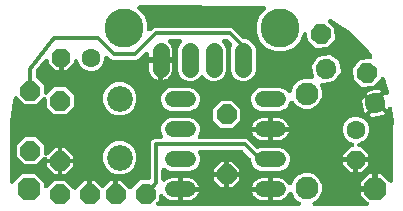
<source format=gbr>
G04 EAGLE Gerber RS-274X export*
G75*
%MOMM*%
%FSLAX34Y34*%
%LPD*%
%INTop Copper*%
%IPPOS*%
%AMOC8*
5,1,8,0,0,1.08239X$1,22.5*%
G01*
%ADD10C,1.458000*%
%ADD11C,3.302000*%
%ADD12C,1.930400*%
%ADD13P,1.814519X8X22.500000*%
%ADD14C,2.184400*%
%ADD15P,1.732040X8X292.500000*%
%ADD16C,1.600200*%
%ADD17P,1.732040X8X202.500000*%
%ADD18P,2.089446X8X22.500000*%
%ADD19P,1.814519X8X162.500000*%
%ADD20P,1.814519X8X292.500000*%
%ADD21C,1.320800*%
%ADD22P,1.814519X8X112.500000*%
%ADD23P,1.814519X8X167.500000*%
%ADD24P,1.814519X8X202.500000*%
%ADD25C,0.304800*%

G36*
X247608Y3811D02*
X247608Y3811D01*
X247613Y3811D01*
X247807Y3831D01*
X248005Y3851D01*
X248009Y3852D01*
X248013Y3852D01*
X248201Y3911D01*
X248389Y3969D01*
X248393Y3971D01*
X248398Y3972D01*
X248572Y4068D01*
X248744Y4161D01*
X248747Y4163D01*
X248751Y4166D01*
X248904Y4294D01*
X249053Y4418D01*
X249056Y4422D01*
X249059Y4425D01*
X249183Y4580D01*
X249305Y4732D01*
X249307Y4736D01*
X249310Y4740D01*
X249402Y4918D01*
X249491Y5089D01*
X249492Y5094D01*
X249494Y5098D01*
X249549Y5291D01*
X249602Y5476D01*
X249602Y5481D01*
X249604Y5485D01*
X249619Y5678D01*
X249635Y5878D01*
X249634Y5882D01*
X249635Y5886D01*
X249611Y6080D01*
X249588Y6277D01*
X249587Y6282D01*
X249586Y6286D01*
X249525Y6471D01*
X249463Y6660D01*
X249461Y6664D01*
X249460Y6668D01*
X249363Y6837D01*
X249265Y7011D01*
X249262Y7014D01*
X249260Y7018D01*
X249133Y7164D01*
X249002Y7315D01*
X248998Y7318D01*
X248996Y7322D01*
X248839Y7442D01*
X248684Y7562D01*
X248680Y7564D01*
X248676Y7567D01*
X248381Y7719D01*
X247314Y8161D01*
X243741Y11734D01*
X242598Y14493D01*
X242536Y14609D01*
X242482Y14728D01*
X242441Y14786D01*
X242408Y14848D01*
X242324Y14949D01*
X242248Y15055D01*
X242196Y15104D01*
X242151Y15159D01*
X242050Y15241D01*
X241954Y15330D01*
X241894Y15368D01*
X241838Y15412D01*
X241723Y15473D01*
X241611Y15542D01*
X241545Y15567D01*
X241482Y15599D01*
X241357Y15636D01*
X241234Y15682D01*
X241164Y15693D01*
X241096Y15713D01*
X240965Y15724D01*
X240836Y15744D01*
X240765Y15741D01*
X240694Y15747D01*
X240565Y15733D01*
X240434Y15727D01*
X240365Y15710D01*
X240294Y15702D01*
X240170Y15662D01*
X240043Y15631D01*
X239979Y15601D01*
X239911Y15579D01*
X239797Y15515D01*
X239679Y15459D01*
X239622Y15417D01*
X239560Y15383D01*
X239460Y15297D01*
X239355Y15220D01*
X239308Y15167D01*
X239254Y15121D01*
X239173Y15018D01*
X239085Y14921D01*
X239042Y14851D01*
X239005Y14804D01*
X238971Y14736D01*
X238911Y14638D01*
X238199Y13241D01*
X237353Y12077D01*
X236335Y11059D01*
X235171Y10213D01*
X233888Y9559D01*
X232519Y9114D01*
X231098Y8889D01*
X225805Y8889D01*
X225805Y18034D01*
X225805Y27179D01*
X231098Y27179D01*
X232519Y26954D01*
X233888Y26509D01*
X235171Y25855D01*
X236335Y25009D01*
X237353Y23991D01*
X238199Y22827D01*
X238503Y22231D01*
X238573Y22121D01*
X238636Y22007D01*
X238682Y21952D01*
X238720Y21893D01*
X238811Y21799D01*
X238895Y21699D01*
X238951Y21654D01*
X239000Y21603D01*
X239108Y21529D01*
X239210Y21448D01*
X239273Y21415D01*
X239332Y21375D01*
X239452Y21323D01*
X239568Y21264D01*
X239636Y21244D01*
X239702Y21216D01*
X239830Y21190D01*
X239956Y21154D01*
X240026Y21148D01*
X240096Y21134D01*
X240227Y21133D01*
X240357Y21123D01*
X240427Y21131D01*
X240498Y21131D01*
X240627Y21156D01*
X240757Y21172D01*
X240824Y21194D01*
X240894Y21207D01*
X241015Y21257D01*
X241139Y21298D01*
X241201Y21333D01*
X241266Y21360D01*
X241375Y21433D01*
X241489Y21497D01*
X241542Y21544D01*
X241601Y21584D01*
X241693Y21676D01*
X241792Y21762D01*
X241835Y21818D01*
X241886Y21869D01*
X241958Y21977D01*
X242038Y22081D01*
X242075Y22154D01*
X242108Y22204D01*
X242137Y22275D01*
X242189Y22376D01*
X243741Y26122D01*
X247314Y29695D01*
X248955Y30375D01*
X251982Y31629D01*
X257034Y31629D01*
X261702Y29695D01*
X265275Y26122D01*
X267209Y21454D01*
X267209Y16402D01*
X265275Y11734D01*
X261702Y8161D01*
X260635Y7719D01*
X260631Y7716D01*
X260627Y7715D01*
X260455Y7622D01*
X260280Y7528D01*
X260276Y7526D01*
X260272Y7523D01*
X260122Y7398D01*
X259969Y7272D01*
X259967Y7269D01*
X259963Y7266D01*
X259840Y7113D01*
X259716Y6959D01*
X259714Y6955D01*
X259711Y6952D01*
X259621Y6779D01*
X259529Y6603D01*
X259527Y6599D01*
X259525Y6595D01*
X259471Y6407D01*
X259416Y6216D01*
X259415Y6212D01*
X259414Y6208D01*
X259398Y6010D01*
X259381Y5815D01*
X259381Y5811D01*
X259381Y5806D01*
X259404Y5612D01*
X259426Y5415D01*
X259428Y5411D01*
X259428Y5407D01*
X259489Y5221D01*
X259549Y5032D01*
X259551Y5028D01*
X259553Y5024D01*
X259650Y4852D01*
X259746Y4680D01*
X259749Y4677D01*
X259751Y4673D01*
X259879Y4525D01*
X260007Y4375D01*
X260011Y4372D01*
X260014Y4368D01*
X260169Y4248D01*
X260324Y4126D01*
X260328Y4124D01*
X260332Y4122D01*
X260508Y4034D01*
X260684Y3946D01*
X260689Y3944D01*
X260693Y3942D01*
X260884Y3891D01*
X261073Y3839D01*
X261077Y3839D01*
X261081Y3838D01*
X261412Y3811D01*
X305258Y3811D01*
X305267Y3812D01*
X305276Y3811D01*
X305470Y3832D01*
X305659Y3851D01*
X305667Y3853D01*
X305676Y3854D01*
X305860Y3912D01*
X306044Y3969D01*
X306052Y3973D01*
X306060Y3976D01*
X306229Y4069D01*
X306398Y4161D01*
X306405Y4166D01*
X306413Y4171D01*
X306559Y4295D01*
X306707Y4418D01*
X306713Y4425D01*
X306720Y4431D01*
X306839Y4582D01*
X306959Y4732D01*
X306964Y4740D01*
X306969Y4747D01*
X307057Y4920D01*
X307145Y5089D01*
X307147Y5098D01*
X307151Y5106D01*
X307203Y5292D01*
X307256Y5476D01*
X307257Y5485D01*
X307259Y5494D01*
X307274Y5687D01*
X307289Y5878D01*
X307288Y5886D01*
X307289Y5895D01*
X307265Y6088D01*
X307242Y6277D01*
X307240Y6286D01*
X307238Y6295D01*
X307177Y6478D01*
X307117Y6660D01*
X307113Y6668D01*
X307110Y6676D01*
X307014Y6843D01*
X306920Y7011D01*
X306914Y7018D01*
X306909Y7025D01*
X306695Y7278D01*
X300481Y13492D01*
X300481Y16003D01*
X312166Y16003D01*
X312184Y16004D01*
X312201Y16003D01*
X312384Y16024D01*
X312566Y16043D01*
X312583Y16048D01*
X312601Y16050D01*
X312776Y16107D01*
X312951Y16161D01*
X312967Y16169D01*
X312984Y16175D01*
X313144Y16265D01*
X313305Y16352D01*
X313319Y16364D01*
X313335Y16373D01*
X313474Y16493D01*
X313615Y16610D01*
X313626Y16624D01*
X313639Y16636D01*
X313752Y16781D01*
X313867Y16924D01*
X313875Y16940D01*
X313886Y16954D01*
X313968Y17119D01*
X314008Y17195D01*
X314160Y17281D01*
X314322Y17369D01*
X314335Y17380D01*
X314351Y17389D01*
X314490Y17509D01*
X314631Y17627D01*
X314642Y17640D01*
X314656Y17652D01*
X314768Y17797D01*
X314883Y17940D01*
X314891Y17956D01*
X314902Y17970D01*
X314984Y18135D01*
X315069Y18298D01*
X315074Y18315D01*
X315082Y18331D01*
X315129Y18509D01*
X315180Y18684D01*
X315182Y18702D01*
X315186Y18719D01*
X315213Y19050D01*
X315213Y30735D01*
X317724Y30735D01*
X324434Y24025D01*
X324441Y24020D01*
X324446Y24013D01*
X324596Y23893D01*
X324745Y23770D01*
X324753Y23766D01*
X324760Y23761D01*
X324930Y23672D01*
X325101Y23582D01*
X325110Y23579D01*
X325117Y23575D01*
X325302Y23522D01*
X325487Y23467D01*
X325496Y23466D01*
X325504Y23464D01*
X325696Y23448D01*
X325888Y23431D01*
X325897Y23431D01*
X325906Y23431D01*
X326095Y23453D01*
X326288Y23474D01*
X326297Y23477D01*
X326305Y23478D01*
X326487Y23537D01*
X326672Y23595D01*
X326680Y23600D01*
X326688Y23603D01*
X326857Y23698D01*
X327024Y23790D01*
X327031Y23796D01*
X327039Y23800D01*
X327185Y23926D01*
X327331Y24051D01*
X327337Y24058D01*
X327344Y24064D01*
X327461Y24215D01*
X327581Y24367D01*
X327585Y24375D01*
X327590Y24382D01*
X327676Y24554D01*
X327763Y24726D01*
X327766Y24734D01*
X327770Y24742D01*
X327820Y24929D01*
X327871Y25113D01*
X327872Y25122D01*
X327874Y25131D01*
X327901Y25462D01*
X327901Y64246D01*
X327886Y64394D01*
X327879Y64544D01*
X327867Y64595D01*
X327861Y64647D01*
X327818Y64789D01*
X327781Y64934D01*
X327776Y64945D01*
X327895Y66473D01*
X327894Y66539D01*
X327901Y66631D01*
X327901Y68355D01*
X327949Y68513D01*
X327951Y68521D01*
X327953Y68528D01*
X327957Y68578D01*
X327988Y68842D01*
X328207Y75258D01*
X328201Y75344D01*
X328199Y75523D01*
X327181Y86005D01*
X327164Y86091D01*
X327157Y86179D01*
X327125Y86288D01*
X327103Y86400D01*
X327069Y86481D01*
X327044Y86566D01*
X326992Y86667D01*
X326948Y86772D01*
X326899Y86845D01*
X326858Y86923D01*
X326787Y87011D01*
X326723Y87106D01*
X326660Y87167D01*
X326605Y87236D01*
X326518Y87308D01*
X326436Y87388D01*
X326363Y87437D01*
X326295Y87493D01*
X326195Y87547D01*
X326100Y87609D01*
X326018Y87642D01*
X325941Y87684D01*
X325832Y87717D01*
X325726Y87759D01*
X325640Y87775D01*
X325556Y87801D01*
X325442Y87812D01*
X325330Y87833D01*
X325243Y87832D01*
X325155Y87840D01*
X325042Y87829D01*
X324928Y87827D01*
X324842Y87808D01*
X324754Y87799D01*
X324646Y87766D01*
X324534Y87742D01*
X324454Y87706D01*
X324370Y87680D01*
X324270Y87626D01*
X324165Y87580D01*
X324093Y87530D01*
X324016Y87488D01*
X323929Y87415D01*
X323836Y87349D01*
X323775Y87286D01*
X323707Y87229D01*
X323616Y87119D01*
X323558Y87058D01*
X323534Y87020D01*
X323496Y86974D01*
X322895Y86116D01*
X315612Y91216D01*
X320711Y98499D01*
X321263Y98113D01*
X321356Y98061D01*
X321444Y98000D01*
X321531Y97963D01*
X321614Y97916D01*
X321715Y97883D01*
X321814Y97841D01*
X321907Y97821D01*
X321997Y97792D01*
X322103Y97780D01*
X322208Y97758D01*
X322303Y97757D01*
X322397Y97746D01*
X322504Y97755D01*
X322611Y97754D01*
X322704Y97772D01*
X322798Y97780D01*
X322901Y97810D01*
X323006Y97830D01*
X323094Y97866D01*
X323185Y97892D01*
X323280Y97942D01*
X323379Y97983D01*
X323458Y98035D01*
X323541Y98079D01*
X323625Y98146D01*
X323714Y98205D01*
X323781Y98272D01*
X323855Y98332D01*
X323923Y98414D01*
X323999Y98490D01*
X324051Y98569D01*
X324112Y98642D01*
X324163Y98736D01*
X324222Y98825D01*
X324258Y98913D01*
X324303Y98996D01*
X324334Y99098D01*
X324375Y99198D01*
X324392Y99291D01*
X324420Y99381D01*
X324430Y99488D01*
X324451Y99593D01*
X324450Y99688D01*
X324459Y99782D01*
X324448Y99889D01*
X324447Y99996D01*
X324426Y100107D01*
X324418Y100182D01*
X324400Y100240D01*
X324385Y100322D01*
X321961Y109037D01*
X321956Y109047D01*
X321954Y109058D01*
X321836Y109368D01*
X320507Y112149D01*
X320482Y112190D01*
X320464Y112235D01*
X320378Y112362D01*
X320298Y112493D01*
X320266Y112529D01*
X320239Y112569D01*
X320130Y112677D01*
X320026Y112790D01*
X319987Y112818D01*
X319953Y112852D01*
X319824Y112936D01*
X319700Y113027D01*
X319657Y113047D01*
X319616Y113073D01*
X319474Y113130D01*
X319334Y113194D01*
X319287Y113205D01*
X319243Y113223D01*
X319092Y113252D01*
X318942Y113287D01*
X318894Y113288D01*
X318847Y113297D01*
X318693Y113295D01*
X318540Y113300D01*
X318493Y113292D01*
X318444Y113292D01*
X318294Y113259D01*
X318143Y113234D01*
X318098Y113217D01*
X318051Y113206D01*
X317910Y113145D01*
X317767Y113090D01*
X317726Y113065D01*
X317682Y113046D01*
X317556Y112957D01*
X317426Y112876D01*
X317391Y112843D01*
X317352Y112815D01*
X317180Y112641D01*
X317135Y112598D01*
X317128Y112589D01*
X317118Y112579D01*
X310852Y105110D01*
X310797Y105030D01*
X310734Y104955D01*
X310699Y104893D01*
X310652Y104923D01*
X310583Y104979D01*
X310483Y105032D01*
X310388Y105093D01*
X310306Y105126D01*
X310227Y105167D01*
X310119Y105199D01*
X310014Y105241D01*
X309926Y105256D01*
X309841Y105281D01*
X309729Y105291D01*
X309617Y105311D01*
X309512Y105310D01*
X309440Y105317D01*
X309363Y105309D01*
X309285Y105309D01*
X301722Y104647D01*
X294468Y110734D01*
X293643Y120168D01*
X299729Y127422D01*
X308289Y128171D01*
X308442Y128200D01*
X308597Y128221D01*
X308640Y128237D01*
X308685Y128245D01*
X308829Y128304D01*
X308976Y128356D01*
X309015Y128379D01*
X309058Y128397D01*
X309188Y128482D01*
X309322Y128562D01*
X309356Y128593D01*
X309394Y128618D01*
X309505Y128728D01*
X309620Y128833D01*
X309647Y128870D01*
X309680Y128902D01*
X309766Y129032D01*
X309859Y129157D01*
X309878Y129199D01*
X309904Y129237D01*
X309963Y129381D01*
X310029Y129522D01*
X310040Y129566D01*
X310057Y129609D01*
X310087Y129762D01*
X310124Y129913D01*
X310126Y129959D01*
X310134Y130004D01*
X310134Y130160D01*
X310140Y130315D01*
X310133Y130361D01*
X310132Y130407D01*
X310101Y130559D01*
X310076Y130713D01*
X310060Y130756D01*
X310051Y130801D01*
X309990Y130944D01*
X309935Y131090D01*
X309909Y131135D01*
X309893Y131171D01*
X309844Y131243D01*
X309765Y131375D01*
X304512Y138727D01*
X304505Y138735D01*
X304499Y138745D01*
X304282Y138996D01*
X292196Y150855D01*
X292188Y150862D01*
X292180Y150870D01*
X291923Y151080D01*
X277962Y160659D01*
X277952Y160665D01*
X277943Y160672D01*
X277653Y160833D01*
X275206Y161946D01*
X275085Y161987D01*
X274968Y162037D01*
X274895Y162052D01*
X274825Y162076D01*
X274699Y162092D01*
X274573Y162118D01*
X274499Y162118D01*
X274426Y162128D01*
X274298Y162119D01*
X274171Y162119D01*
X274098Y162105D01*
X274024Y162100D01*
X273901Y162066D01*
X273776Y162041D01*
X273707Y162013D01*
X273636Y161993D01*
X273522Y161936D01*
X273404Y161887D01*
X273342Y161845D01*
X273276Y161812D01*
X273176Y161733D01*
X273070Y161662D01*
X273018Y161609D01*
X272959Y161564D01*
X272876Y161466D01*
X272787Y161376D01*
X272746Y161314D01*
X272698Y161258D01*
X272636Y161146D01*
X272566Y161039D01*
X272538Y160971D01*
X272502Y160906D01*
X272463Y160784D01*
X272415Y160666D01*
X272402Y160593D01*
X272379Y160522D01*
X272365Y160395D01*
X272341Y160270D01*
X272342Y160196D01*
X272334Y160122D01*
X272345Y159995D01*
X272347Y159867D01*
X272363Y159795D01*
X272369Y159721D01*
X272405Y159599D01*
X272432Y159474D01*
X272462Y159406D01*
X272483Y159335D01*
X272542Y159222D01*
X272593Y159105D01*
X272636Y159044D01*
X272670Y158979D01*
X272751Y158879D01*
X272824Y158775D01*
X272885Y158714D01*
X272924Y158666D01*
X272981Y158619D01*
X273060Y158541D01*
X277502Y154814D01*
X278327Y145380D01*
X272240Y138126D01*
X262807Y137301D01*
X255553Y143388D01*
X255046Y149181D01*
X255024Y149297D01*
X255012Y149414D01*
X254987Y149494D01*
X254971Y149577D01*
X254927Y149686D01*
X254892Y149798D01*
X254852Y149872D01*
X254820Y149950D01*
X254755Y150048D01*
X254699Y150151D01*
X254645Y150216D01*
X254598Y150286D01*
X254515Y150369D01*
X254440Y150459D01*
X254374Y150512D01*
X254315Y150572D01*
X254217Y150637D01*
X254125Y150710D01*
X254050Y150749D01*
X253980Y150796D01*
X253871Y150841D01*
X253767Y150894D01*
X253686Y150917D01*
X253608Y150949D01*
X253492Y150972D01*
X253380Y151004D01*
X253295Y151010D01*
X253213Y151026D01*
X253095Y151026D01*
X252978Y151035D01*
X252895Y151025D01*
X252810Y151024D01*
X252695Y151000D01*
X252578Y150986D01*
X252499Y150960D01*
X252416Y150943D01*
X252308Y150897D01*
X252196Y150860D01*
X252123Y150818D01*
X252045Y150785D01*
X251949Y150719D01*
X251846Y150660D01*
X251783Y150605D01*
X251713Y150557D01*
X251632Y150473D01*
X251543Y150396D01*
X251492Y150329D01*
X251433Y150269D01*
X251369Y150170D01*
X251298Y150077D01*
X251252Y149988D01*
X251215Y149930D01*
X251190Y149867D01*
X251146Y149781D01*
X248483Y143353D01*
X242981Y137851D01*
X235793Y134873D01*
X228011Y134873D01*
X220823Y137851D01*
X215321Y143353D01*
X212343Y150541D01*
X212343Y158323D01*
X215321Y165511D01*
X219675Y169865D01*
X219678Y169869D01*
X219682Y169872D01*
X219804Y170023D01*
X219930Y170176D01*
X219932Y170181D01*
X219935Y170185D01*
X220028Y170362D01*
X220118Y170532D01*
X220120Y170537D01*
X220122Y170541D01*
X220178Y170732D01*
X220233Y170918D01*
X220234Y170923D01*
X220235Y170928D01*
X220252Y171122D01*
X220270Y171319D01*
X220269Y171324D01*
X220269Y171329D01*
X220248Y171520D01*
X220226Y171719D01*
X220225Y171724D01*
X220224Y171729D01*
X220164Y171914D01*
X220105Y172103D01*
X220102Y172108D01*
X220101Y172112D01*
X220005Y172284D01*
X219910Y172455D01*
X219907Y172459D01*
X219904Y172464D01*
X219776Y172613D01*
X219649Y172762D01*
X219645Y172766D01*
X219642Y172769D01*
X219487Y172891D01*
X219333Y173012D01*
X219329Y173014D01*
X219325Y173017D01*
X219150Y173105D01*
X218974Y173194D01*
X218970Y173196D01*
X218965Y173198D01*
X218777Y173249D01*
X218587Y173302D01*
X218582Y173303D01*
X218577Y173304D01*
X218246Y173333D01*
X113095Y173731D01*
X113082Y173730D01*
X113069Y173731D01*
X112882Y173711D01*
X112694Y173693D01*
X112682Y173689D01*
X112669Y173688D01*
X112490Y173631D01*
X112309Y173576D01*
X112297Y173570D01*
X112285Y173566D01*
X112121Y173475D01*
X111954Y173386D01*
X111944Y173377D01*
X111933Y173371D01*
X111789Y173249D01*
X111644Y173129D01*
X111636Y173119D01*
X111626Y173111D01*
X111509Y172963D01*
X111390Y172816D01*
X111384Y172805D01*
X111376Y172795D01*
X111291Y172627D01*
X111203Y172460D01*
X111200Y172447D01*
X111194Y172436D01*
X111143Y172254D01*
X111090Y172073D01*
X111089Y172060D01*
X111086Y172048D01*
X111072Y171859D01*
X111056Y171672D01*
X111057Y171659D01*
X111057Y171646D01*
X111080Y171458D01*
X111101Y171272D01*
X111105Y171260D01*
X111107Y171247D01*
X111167Y171068D01*
X111225Y170889D01*
X111231Y170877D01*
X111235Y170865D01*
X111330Y170701D01*
X111421Y170537D01*
X111430Y170528D01*
X111436Y170516D01*
X111651Y170263D01*
X116403Y165511D01*
X119381Y158323D01*
X119381Y153611D01*
X119382Y153603D01*
X119381Y153594D01*
X119402Y153402D01*
X119421Y153211D01*
X119423Y153202D01*
X119424Y153193D01*
X119482Y153011D01*
X119539Y152826D01*
X119543Y152818D01*
X119546Y152809D01*
X119639Y152641D01*
X119731Y152472D01*
X119736Y152465D01*
X119741Y152457D01*
X119866Y152309D01*
X119988Y152163D01*
X119995Y152157D01*
X120001Y152150D01*
X120153Y152030D01*
X120302Y151910D01*
X120310Y151906D01*
X120317Y151901D01*
X120489Y151813D01*
X120659Y151725D01*
X120668Y151722D01*
X120676Y151718D01*
X120862Y151666D01*
X121046Y151613D01*
X121055Y151613D01*
X121064Y151610D01*
X121256Y151596D01*
X121448Y151580D01*
X121456Y151581D01*
X121465Y151581D01*
X121658Y151605D01*
X121847Y151627D01*
X121856Y151630D01*
X121865Y151631D01*
X122048Y151693D01*
X122230Y151752D01*
X122238Y151757D01*
X122246Y151759D01*
X122412Y151855D01*
X122581Y151950D01*
X122588Y151956D01*
X122595Y151960D01*
X122848Y152175D01*
X124410Y153737D01*
X126090Y154433D01*
X190140Y154433D01*
X191820Y153737D01*
X200001Y145556D01*
X200022Y145539D01*
X200039Y145518D01*
X200177Y145411D01*
X200313Y145301D01*
X200336Y145288D01*
X200357Y145272D01*
X200514Y145194D01*
X200668Y145112D01*
X200694Y145104D01*
X200718Y145092D01*
X200887Y145047D01*
X201054Y144997D01*
X201081Y144995D01*
X201107Y144988D01*
X201437Y144961D01*
X202919Y144961D01*
X206718Y143387D01*
X209627Y140478D01*
X211201Y136679D01*
X211201Y117985D01*
X209627Y114186D01*
X206718Y111277D01*
X202919Y109703D01*
X198805Y109703D01*
X195006Y111277D01*
X192097Y114186D01*
X190523Y117985D01*
X190523Y136679D01*
X191592Y139258D01*
X191598Y139279D01*
X191608Y139299D01*
X191656Y139472D01*
X191708Y139644D01*
X191710Y139666D01*
X191716Y139687D01*
X191729Y139866D01*
X191746Y140044D01*
X191744Y140066D01*
X191746Y140089D01*
X191723Y140268D01*
X191705Y140445D01*
X191698Y140466D01*
X191695Y140488D01*
X191638Y140658D01*
X191585Y140829D01*
X191574Y140849D01*
X191567Y140870D01*
X191477Y141026D01*
X191392Y141182D01*
X191377Y141199D01*
X191366Y141219D01*
X191151Y141472D01*
X187931Y144692D01*
X187910Y144709D01*
X187893Y144730D01*
X187755Y144837D01*
X187619Y144947D01*
X187596Y144960D01*
X187575Y144976D01*
X187418Y145054D01*
X187264Y145136D01*
X187238Y145144D01*
X187214Y145156D01*
X187045Y145201D01*
X186878Y145251D01*
X186851Y145253D01*
X186825Y145260D01*
X186495Y145287D01*
X184722Y145287D01*
X184713Y145286D01*
X184704Y145287D01*
X184512Y145266D01*
X184321Y145247D01*
X184313Y145245D01*
X184304Y145244D01*
X184121Y145186D01*
X183936Y145129D01*
X183928Y145125D01*
X183920Y145122D01*
X183751Y145029D01*
X183582Y144937D01*
X183575Y144932D01*
X183568Y144927D01*
X183420Y144802D01*
X183273Y144680D01*
X183267Y144673D01*
X183261Y144667D01*
X183141Y144515D01*
X183021Y144366D01*
X183017Y144358D01*
X183011Y144351D01*
X182924Y144179D01*
X182835Y144009D01*
X182833Y144000D01*
X182829Y143992D01*
X182777Y143806D01*
X182724Y143622D01*
X182723Y143613D01*
X182721Y143604D01*
X182706Y143409D01*
X182691Y143220D01*
X182692Y143212D01*
X182691Y143203D01*
X182716Y143010D01*
X182738Y142821D01*
X182740Y142812D01*
X182742Y142803D01*
X182803Y142620D01*
X182863Y142438D01*
X182867Y142430D01*
X182870Y142422D01*
X182965Y142256D01*
X183060Y142087D01*
X183066Y142080D01*
X183071Y142073D01*
X183285Y141820D01*
X184627Y140478D01*
X186201Y136679D01*
X186201Y117985D01*
X184627Y114186D01*
X181718Y111277D01*
X177919Y109703D01*
X173805Y109703D01*
X170006Y111277D01*
X167298Y113985D01*
X167285Y113996D01*
X167273Y114009D01*
X167129Y114123D01*
X166987Y114240D01*
X166971Y114248D01*
X166957Y114259D01*
X166793Y114342D01*
X166631Y114428D01*
X166614Y114433D01*
X166598Y114441D01*
X166421Y114491D01*
X166245Y114543D01*
X166227Y114545D01*
X166210Y114549D01*
X166027Y114563D01*
X165844Y114579D01*
X165826Y114577D01*
X165809Y114579D01*
X165627Y114556D01*
X165444Y114536D01*
X165427Y114531D01*
X165409Y114528D01*
X165236Y114470D01*
X165060Y114414D01*
X165044Y114406D01*
X165028Y114400D01*
X164868Y114308D01*
X164708Y114220D01*
X164694Y114208D01*
X164679Y114199D01*
X164426Y113985D01*
X161718Y111277D01*
X157919Y109703D01*
X153805Y109703D01*
X150006Y111277D01*
X147097Y114186D01*
X145523Y117985D01*
X145523Y136679D01*
X147097Y140478D01*
X148439Y141820D01*
X148444Y141827D01*
X148451Y141832D01*
X148572Y141983D01*
X148694Y142131D01*
X148698Y142139D01*
X148703Y142146D01*
X148792Y142316D01*
X148882Y142487D01*
X148885Y142496D01*
X148889Y142503D01*
X148942Y142688D01*
X148997Y142873D01*
X148998Y142882D01*
X149000Y142890D01*
X149016Y143081D01*
X149033Y143274D01*
X149032Y143283D01*
X149033Y143292D01*
X149011Y143481D01*
X148990Y143674D01*
X148987Y143683D01*
X148986Y143691D01*
X148927Y143873D01*
X148869Y144058D01*
X148864Y144066D01*
X148861Y144074D01*
X148767Y144241D01*
X148674Y144410D01*
X148668Y144417D01*
X148664Y144425D01*
X148538Y144570D01*
X148413Y144717D01*
X148406Y144723D01*
X148400Y144730D01*
X148250Y144846D01*
X148097Y144967D01*
X148089Y144971D01*
X148082Y144976D01*
X147911Y145062D01*
X147738Y145149D01*
X147730Y145152D01*
X147722Y145156D01*
X147536Y145206D01*
X147350Y145257D01*
X147342Y145258D01*
X147333Y145260D01*
X147002Y145287D01*
X139003Y145287D01*
X138995Y145286D01*
X138986Y145287D01*
X138794Y145266D01*
X138603Y145247D01*
X138594Y145245D01*
X138585Y145244D01*
X138403Y145186D01*
X138218Y145129D01*
X138210Y145125D01*
X138201Y145122D01*
X138033Y145029D01*
X137864Y144937D01*
X137857Y144932D01*
X137849Y144927D01*
X137701Y144802D01*
X137555Y144680D01*
X137549Y144673D01*
X137542Y144667D01*
X137422Y144515D01*
X137302Y144366D01*
X137298Y144358D01*
X137293Y144351D01*
X137205Y144178D01*
X137117Y144009D01*
X137114Y144000D01*
X137110Y143992D01*
X137059Y143807D01*
X137005Y143622D01*
X137005Y143613D01*
X137002Y143604D01*
X136988Y143409D01*
X136972Y143220D01*
X136973Y143212D01*
X136973Y143203D01*
X136997Y143011D01*
X137019Y142821D01*
X137022Y142812D01*
X137023Y142803D01*
X137085Y142620D01*
X137144Y142438D01*
X137149Y142430D01*
X137151Y142422D01*
X137248Y142254D01*
X137342Y142087D01*
X137348Y142080D01*
X137352Y142073D01*
X137567Y141820D01*
X138360Y141026D01*
X139270Y139774D01*
X139972Y138396D01*
X140451Y136924D01*
X140693Y135396D01*
X140693Y129706D01*
X131205Y129706D01*
X131187Y129704D01*
X131170Y129706D01*
X130987Y129685D01*
X130878Y129674D01*
X130867Y129675D01*
X130850Y129679D01*
X130519Y129706D01*
X121031Y129706D01*
X121031Y132521D01*
X121030Y132529D01*
X121031Y132538D01*
X121010Y132730D01*
X120991Y132921D01*
X120989Y132930D01*
X120988Y132939D01*
X120930Y133121D01*
X120873Y133306D01*
X120869Y133314D01*
X120866Y133323D01*
X120774Y133489D01*
X120682Y133660D01*
X120676Y133667D01*
X120671Y133675D01*
X120548Y133821D01*
X120424Y133969D01*
X120417Y133975D01*
X120411Y133982D01*
X120260Y134101D01*
X120110Y134222D01*
X120102Y134226D01*
X120095Y134231D01*
X119922Y134319D01*
X119753Y134407D01*
X119744Y134410D01*
X119736Y134414D01*
X119550Y134466D01*
X119366Y134519D01*
X119357Y134519D01*
X119348Y134522D01*
X119156Y134536D01*
X118964Y134552D01*
X118956Y134551D01*
X118947Y134551D01*
X118754Y134527D01*
X118565Y134505D01*
X118556Y134502D01*
X118547Y134501D01*
X118364Y134439D01*
X118182Y134380D01*
X118174Y134375D01*
X118166Y134373D01*
X117999Y134276D01*
X117831Y134182D01*
X117824Y134176D01*
X117817Y134172D01*
X117564Y133957D01*
X111810Y128203D01*
X110130Y127507D01*
X90530Y127507D01*
X88850Y128203D01*
X87278Y129775D01*
X86653Y130400D01*
X86646Y130406D01*
X86641Y130412D01*
X86491Y130533D01*
X86342Y130655D01*
X86334Y130659D01*
X86327Y130665D01*
X86157Y130753D01*
X85986Y130844D01*
X85977Y130846D01*
X85970Y130850D01*
X85786Y130903D01*
X85600Y130958D01*
X85591Y130959D01*
X85583Y130962D01*
X85392Y130977D01*
X85199Y130995D01*
X85190Y130994D01*
X85181Y130995D01*
X84992Y130972D01*
X84799Y130951D01*
X84790Y130949D01*
X84782Y130948D01*
X84599Y130888D01*
X84415Y130830D01*
X84407Y130826D01*
X84399Y130823D01*
X84230Y130728D01*
X84063Y130635D01*
X84056Y130629D01*
X84048Y130625D01*
X83903Y130499D01*
X83756Y130375D01*
X83750Y130368D01*
X83743Y130362D01*
X83626Y130210D01*
X83506Y130059D01*
X83502Y130051D01*
X83497Y130044D01*
X83410Y129870D01*
X83324Y129700D01*
X83321Y129691D01*
X83317Y129683D01*
X83267Y129495D01*
X83216Y129312D01*
X83215Y129303D01*
X83213Y129294D01*
X83186Y128964D01*
X83186Y127088D01*
X81504Y123027D01*
X78395Y119918D01*
X74334Y118236D01*
X69938Y118236D01*
X65877Y119918D01*
X62768Y123027D01*
X61186Y126848D01*
X61183Y126852D01*
X61182Y126857D01*
X61088Y127031D01*
X60995Y127203D01*
X60993Y127207D01*
X60990Y127211D01*
X60863Y127363D01*
X60739Y127514D01*
X60735Y127516D01*
X60733Y127520D01*
X60579Y127643D01*
X60426Y127767D01*
X60422Y127769D01*
X60419Y127772D01*
X60244Y127863D01*
X60070Y127954D01*
X60065Y127956D01*
X60062Y127958D01*
X59874Y128012D01*
X59683Y128067D01*
X59679Y128068D01*
X59675Y128069D01*
X59477Y128085D01*
X59282Y128102D01*
X59278Y128102D01*
X59273Y128102D01*
X59075Y128079D01*
X58882Y128057D01*
X58878Y128056D01*
X58874Y128055D01*
X58688Y127994D01*
X58499Y127934D01*
X58495Y127931D01*
X58491Y127930D01*
X58322Y127835D01*
X58147Y127737D01*
X58144Y127734D01*
X58140Y127732D01*
X57992Y127604D01*
X57842Y127476D01*
X57839Y127472D01*
X57835Y127469D01*
X57715Y127314D01*
X57593Y127158D01*
X57591Y127154D01*
X57589Y127151D01*
X57501Y126974D01*
X57413Y126799D01*
X57411Y126794D01*
X57409Y126790D01*
X57357Y126595D01*
X57306Y126410D01*
X57306Y126406D01*
X57305Y126402D01*
X57278Y126071D01*
X57278Y124919D01*
X51103Y118744D01*
X48767Y118744D01*
X48767Y129286D01*
X48766Y129303D01*
X48767Y129321D01*
X48746Y129504D01*
X48727Y129686D01*
X48722Y129703D01*
X48720Y129721D01*
X48663Y129896D01*
X48609Y130071D01*
X48601Y130087D01*
X48595Y130104D01*
X48505Y130264D01*
X48418Y130425D01*
X48406Y130439D01*
X48397Y130454D01*
X48277Y130594D01*
X48160Y130734D01*
X48146Y130746D01*
X48134Y130759D01*
X47989Y130872D01*
X47846Y130987D01*
X47830Y130995D01*
X47816Y131006D01*
X47651Y131088D01*
X47489Y131172D01*
X47472Y131177D01*
X47456Y131185D01*
X47278Y131233D01*
X47102Y131284D01*
X47084Y131285D01*
X47067Y131290D01*
X46736Y131317D01*
X46718Y131315D01*
X46701Y131317D01*
X46700Y131317D01*
X46518Y131295D01*
X46335Y131277D01*
X46318Y131272D01*
X46300Y131270D01*
X46126Y131213D01*
X45950Y131159D01*
X45935Y131150D01*
X45918Y131145D01*
X45757Y131054D01*
X45596Y130967D01*
X45583Y130956D01*
X45567Y130947D01*
X45428Y130827D01*
X45287Y130709D01*
X45276Y130695D01*
X45262Y130684D01*
X45150Y130539D01*
X45035Y130396D01*
X45026Y130380D01*
X45016Y130366D01*
X44934Y130201D01*
X44849Y130038D01*
X44844Y130021D01*
X44836Y130005D01*
X44788Y129827D01*
X44738Y129651D01*
X44736Y129634D01*
X44732Y129616D01*
X44705Y129286D01*
X44705Y118744D01*
X42369Y118744D01*
X36194Y124919D01*
X36194Y126618D01*
X36180Y126763D01*
X36173Y126909D01*
X36160Y126963D01*
X36154Y127018D01*
X36111Y127158D01*
X36076Y127300D01*
X36052Y127350D01*
X36036Y127403D01*
X35967Y127532D01*
X35904Y127664D01*
X35871Y127709D01*
X35844Y127757D01*
X35751Y127870D01*
X35663Y127987D01*
X35622Y128024D01*
X35587Y128066D01*
X35473Y128158D01*
X35364Y128256D01*
X35316Y128284D01*
X35273Y128319D01*
X35143Y128386D01*
X35017Y128461D01*
X34965Y128479D01*
X34916Y128504D01*
X34775Y128545D01*
X34637Y128593D01*
X34582Y128600D01*
X34529Y128616D01*
X34383Y128628D01*
X34238Y128648D01*
X34183Y128644D01*
X34127Y128649D01*
X33982Y128632D01*
X33836Y128622D01*
X33782Y128608D01*
X33728Y128602D01*
X33589Y128556D01*
X33447Y128519D01*
X33398Y128494D01*
X33345Y128477D01*
X33217Y128405D01*
X33086Y128340D01*
X33042Y128306D01*
X32994Y128279D01*
X32884Y128183D01*
X32768Y128094D01*
X32726Y128047D01*
X32690Y128016D01*
X32638Y127950D01*
X32546Y127847D01*
X25496Y118573D01*
X25448Y118496D01*
X25393Y118424D01*
X25343Y118325D01*
X25285Y118230D01*
X25254Y118145D01*
X25213Y118063D01*
X25185Y117956D01*
X25146Y117852D01*
X25132Y117762D01*
X25109Y117675D01*
X25098Y117537D01*
X25085Y117454D01*
X25087Y117407D01*
X25082Y117344D01*
X25082Y113800D01*
X25084Y113774D01*
X25082Y113747D01*
X25104Y113573D01*
X25122Y113400D01*
X25129Y113374D01*
X25133Y113347D01*
X25188Y113182D01*
X25240Y113015D01*
X25253Y112991D01*
X25261Y112966D01*
X25348Y112814D01*
X25432Y112661D01*
X25449Y112640D01*
X25462Y112617D01*
X25677Y112364D01*
X31940Y106101D01*
X31940Y99999D01*
X31941Y99990D01*
X31940Y99981D01*
X31961Y99789D01*
X31980Y99598D01*
X31982Y99590D01*
X31983Y99581D01*
X32041Y99399D01*
X32098Y99214D01*
X32102Y99206D01*
X32105Y99197D01*
X32198Y99029D01*
X32290Y98860D01*
X32295Y98853D01*
X32300Y98845D01*
X32424Y98698D01*
X32547Y98550D01*
X32554Y98545D01*
X32560Y98538D01*
X32711Y98419D01*
X32861Y98298D01*
X32869Y98294D01*
X32876Y98288D01*
X33049Y98200D01*
X33218Y98112D01*
X33227Y98110D01*
X33235Y98106D01*
X33421Y98054D01*
X33605Y98001D01*
X33614Y98000D01*
X33623Y97998D01*
X33816Y97984D01*
X34007Y97968D01*
X34015Y97969D01*
X34024Y97969D01*
X34217Y97993D01*
X34406Y98015D01*
X34415Y98018D01*
X34424Y98019D01*
X34607Y98080D01*
X34789Y98140D01*
X34797Y98144D01*
X34805Y98147D01*
X34972Y98243D01*
X35140Y98338D01*
X35147Y98344D01*
X35154Y98348D01*
X35407Y98563D01*
X40985Y104141D01*
X50455Y104141D01*
X57151Y97445D01*
X57151Y87975D01*
X50455Y81279D01*
X40985Y81279D01*
X34289Y87975D01*
X34289Y94077D01*
X34288Y94086D01*
X34289Y94095D01*
X34268Y94287D01*
X34249Y94478D01*
X34247Y94486D01*
X34246Y94495D01*
X34189Y94675D01*
X34131Y94862D01*
X34127Y94870D01*
X34124Y94879D01*
X34031Y95047D01*
X33939Y95216D01*
X33934Y95223D01*
X33929Y95231D01*
X33805Y95378D01*
X33682Y95526D01*
X33675Y95531D01*
X33669Y95538D01*
X33518Y95657D01*
X33368Y95778D01*
X33360Y95782D01*
X33353Y95788D01*
X33180Y95876D01*
X33011Y95964D01*
X33002Y95966D01*
X32994Y95970D01*
X32808Y96022D01*
X32624Y96075D01*
X32615Y96076D01*
X32606Y96078D01*
X32413Y96092D01*
X32222Y96108D01*
X32214Y96107D01*
X32205Y96107D01*
X32012Y96083D01*
X31823Y96061D01*
X31814Y96058D01*
X31805Y96057D01*
X31622Y95996D01*
X31440Y95936D01*
X31432Y95932D01*
X31424Y95929D01*
X31257Y95833D01*
X31089Y95738D01*
X31082Y95732D01*
X31075Y95728D01*
X30822Y95513D01*
X25244Y89935D01*
X15774Y89935D01*
X9688Y96021D01*
X9613Y96083D01*
X9545Y96152D01*
X9458Y96210D01*
X9377Y96276D01*
X9291Y96322D01*
X9210Y96376D01*
X9114Y96416D01*
X9021Y96465D01*
X8928Y96493D01*
X8838Y96530D01*
X8736Y96550D01*
X8635Y96580D01*
X8539Y96588D01*
X8443Y96607D01*
X8339Y96607D01*
X8234Y96616D01*
X8138Y96606D01*
X8041Y96605D01*
X7938Y96584D01*
X7834Y96573D01*
X7741Y96543D01*
X7646Y96524D01*
X7550Y96483D01*
X7450Y96451D01*
X7365Y96404D01*
X7276Y96366D01*
X7189Y96307D01*
X7098Y96256D01*
X7024Y96194D01*
X6944Y96139D01*
X6871Y96064D01*
X6791Y95996D01*
X6731Y95920D01*
X6663Y95850D01*
X6606Y95762D01*
X6541Y95680D01*
X6497Y95593D01*
X6445Y95512D01*
X6396Y95393D01*
X6359Y95321D01*
X6345Y95270D01*
X6318Y95205D01*
X5550Y92812D01*
X5548Y92801D01*
X5544Y92790D01*
X5472Y92466D01*
X3060Y74809D01*
X3057Y74722D01*
X3042Y74544D01*
X3003Y66533D01*
X3003Y66529D01*
X3003Y66523D01*
X3003Y65501D01*
X3006Y65466D01*
X3004Y65422D01*
X3075Y63599D01*
X3030Y63431D01*
X3029Y63416D01*
X3026Y63405D01*
X3023Y63342D01*
X3003Y63100D01*
X3003Y24598D01*
X3004Y24589D01*
X3003Y24580D01*
X3024Y24387D01*
X3043Y24197D01*
X3045Y24189D01*
X3046Y24180D01*
X3104Y23996D01*
X3161Y23813D01*
X3165Y23805D01*
X3168Y23796D01*
X3260Y23629D01*
X3353Y23459D01*
X3358Y23452D01*
X3363Y23444D01*
X3487Y23297D01*
X3610Y23149D01*
X3617Y23144D01*
X3623Y23137D01*
X3775Y23017D01*
X3924Y22897D01*
X3932Y22893D01*
X3939Y22887D01*
X4112Y22800D01*
X4281Y22711D01*
X4290Y22709D01*
X4298Y22705D01*
X4484Y22653D01*
X4668Y22600D01*
X4677Y22599D01*
X4686Y22597D01*
X4879Y22583D01*
X5070Y22567D01*
X5078Y22568D01*
X5087Y22568D01*
X5280Y22592D01*
X5469Y22614D01*
X5478Y22617D01*
X5487Y22618D01*
X5670Y22679D01*
X5852Y22739D01*
X5860Y22743D01*
X5868Y22746D01*
X6035Y22842D01*
X6203Y22937D01*
X6210Y22943D01*
X6217Y22947D01*
X6470Y23162D01*
X13789Y30481D01*
X24311Y30481D01*
X31751Y23041D01*
X31751Y21070D01*
X31752Y21061D01*
X31751Y21052D01*
X31772Y20860D01*
X31791Y20669D01*
X31793Y20661D01*
X31794Y20652D01*
X31852Y20470D01*
X31909Y20285D01*
X31913Y20277D01*
X31916Y20268D01*
X32009Y20100D01*
X32101Y19931D01*
X32106Y19924D01*
X32111Y19916D01*
X32235Y19769D01*
X32358Y19621D01*
X32365Y19616D01*
X32371Y19609D01*
X32522Y19490D01*
X32672Y19369D01*
X32680Y19365D01*
X32687Y19359D01*
X32860Y19271D01*
X33029Y19183D01*
X33038Y19181D01*
X33046Y19177D01*
X33232Y19125D01*
X33416Y19072D01*
X33425Y19071D01*
X33434Y19069D01*
X33627Y19055D01*
X33818Y19039D01*
X33826Y19040D01*
X33835Y19040D01*
X34028Y19064D01*
X34217Y19086D01*
X34226Y19089D01*
X34235Y19090D01*
X34418Y19151D01*
X34600Y19211D01*
X34608Y19215D01*
X34616Y19218D01*
X34783Y19314D01*
X34951Y19409D01*
X34958Y19415D01*
X34965Y19419D01*
X35218Y19634D01*
X40731Y25147D01*
X50201Y25147D01*
X57089Y18259D01*
X57103Y18247D01*
X57114Y18234D01*
X57258Y18120D01*
X57400Y18004D01*
X57416Y17995D01*
X57430Y17984D01*
X57594Y17901D01*
X57756Y17815D01*
X57773Y17810D01*
X57789Y17802D01*
X57966Y17752D01*
X58142Y17700D01*
X58160Y17698D01*
X58177Y17694D01*
X58360Y17680D01*
X58543Y17664D01*
X58561Y17666D01*
X58579Y17664D01*
X58760Y17687D01*
X58943Y17707D01*
X58960Y17713D01*
X58978Y17715D01*
X59151Y17773D01*
X59327Y17829D01*
X59343Y17837D01*
X59360Y17843D01*
X59519Y17935D01*
X59679Y18023D01*
X59693Y18035D01*
X59709Y18044D01*
X59962Y18259D01*
X66342Y24639D01*
X68835Y24639D01*
X68835Y13716D01*
X68836Y13699D01*
X68835Y13681D01*
X68856Y13498D01*
X68874Y13316D01*
X68880Y13299D01*
X68882Y13281D01*
X68939Y13106D01*
X68993Y12931D01*
X69001Y12915D01*
X69007Y12898D01*
X69097Y12738D01*
X69184Y12577D01*
X69196Y12563D01*
X69205Y12548D01*
X69325Y12408D01*
X69442Y12268D01*
X69456Y12256D01*
X69468Y12243D01*
X69613Y12130D01*
X69756Y12015D01*
X69772Y12007D01*
X69786Y11996D01*
X69951Y11914D01*
X70113Y11830D01*
X70130Y11825D01*
X70146Y11817D01*
X70324Y11769D01*
X70500Y11718D01*
X70518Y11717D01*
X70535Y11712D01*
X70866Y11685D01*
X70884Y11687D01*
X70901Y11685D01*
X70902Y11685D01*
X71084Y11707D01*
X71267Y11725D01*
X71284Y11730D01*
X71302Y11732D01*
X71476Y11789D01*
X71652Y11843D01*
X71667Y11852D01*
X71684Y11857D01*
X71845Y11948D01*
X72006Y12035D01*
X72019Y12046D01*
X72035Y12055D01*
X72174Y12175D01*
X72315Y12293D01*
X72326Y12307D01*
X72340Y12318D01*
X72452Y12463D01*
X72567Y12606D01*
X72576Y12622D01*
X72586Y12636D01*
X72668Y12801D01*
X72753Y12964D01*
X72758Y12981D01*
X72766Y12997D01*
X72814Y13175D01*
X72864Y13351D01*
X72866Y13368D01*
X72870Y13386D01*
X72897Y13716D01*
X72897Y24639D01*
X75390Y24639D01*
X80225Y19804D01*
X80239Y19793D01*
X80250Y19779D01*
X80394Y19666D01*
X80536Y19549D01*
X80552Y19541D01*
X80566Y19530D01*
X80730Y19446D01*
X80892Y19361D01*
X80909Y19356D01*
X80925Y19347D01*
X81102Y19298D01*
X81278Y19246D01*
X81296Y19244D01*
X81313Y19239D01*
X81496Y19226D01*
X81679Y19209D01*
X81697Y19211D01*
X81714Y19210D01*
X81896Y19233D01*
X82079Y19253D01*
X82096Y19258D01*
X82114Y19261D01*
X82288Y19319D01*
X82463Y19374D01*
X82479Y19383D01*
X82495Y19389D01*
X82655Y19481D01*
X82815Y19569D01*
X82829Y19581D01*
X82844Y19590D01*
X83097Y19804D01*
X88186Y24893D01*
X90679Y24893D01*
X90679Y13970D01*
X90680Y13953D01*
X90679Y13935D01*
X90700Y13752D01*
X90718Y13570D01*
X90724Y13553D01*
X90726Y13535D01*
X90783Y13360D01*
X90837Y13185D01*
X90845Y13169D01*
X90851Y13152D01*
X90941Y12992D01*
X91028Y12831D01*
X91040Y12817D01*
X91049Y12802D01*
X91169Y12662D01*
X91286Y12522D01*
X91300Y12510D01*
X91312Y12497D01*
X91457Y12384D01*
X91600Y12269D01*
X91616Y12261D01*
X91630Y12250D01*
X91795Y12168D01*
X91957Y12084D01*
X91974Y12079D01*
X91990Y12071D01*
X92168Y12023D01*
X92344Y11972D01*
X92362Y11971D01*
X92379Y11966D01*
X92710Y11939D01*
X92728Y11941D01*
X92745Y11939D01*
X92746Y11939D01*
X92928Y11961D01*
X93111Y11979D01*
X93128Y11984D01*
X93146Y11986D01*
X93320Y12043D01*
X93496Y12097D01*
X93511Y12106D01*
X93528Y12111D01*
X93689Y12202D01*
X93850Y12289D01*
X93863Y12300D01*
X93879Y12309D01*
X94018Y12429D01*
X94159Y12547D01*
X94170Y12561D01*
X94184Y12572D01*
X94296Y12717D01*
X94411Y12860D01*
X94420Y12876D01*
X94430Y12890D01*
X94512Y13055D01*
X94597Y13218D01*
X94602Y13235D01*
X94610Y13251D01*
X94658Y13429D01*
X94708Y13605D01*
X94710Y13622D01*
X94714Y13640D01*
X94741Y13970D01*
X94741Y24893D01*
X97234Y24893D01*
X103614Y18513D01*
X103628Y18501D01*
X103640Y18488D01*
X103784Y18374D01*
X103926Y18258D01*
X103942Y18249D01*
X103956Y18238D01*
X104120Y18155D01*
X104282Y18069D01*
X104299Y18064D01*
X104315Y18056D01*
X104492Y18006D01*
X104668Y17954D01*
X104685Y17952D01*
X104703Y17948D01*
X104886Y17934D01*
X105069Y17918D01*
X105086Y17920D01*
X105104Y17918D01*
X105286Y17941D01*
X105469Y17961D01*
X105486Y17967D01*
X105504Y17969D01*
X105677Y18027D01*
X105853Y18083D01*
X105868Y18091D01*
X105885Y18097D01*
X106045Y18189D01*
X106205Y18277D01*
X106218Y18289D01*
X106234Y18298D01*
X106487Y18513D01*
X113375Y25401D01*
X120396Y25401D01*
X120414Y25403D01*
X120432Y25401D01*
X120614Y25422D01*
X120797Y25441D01*
X120814Y25446D01*
X120831Y25448D01*
X121006Y25505D01*
X121182Y25559D01*
X121197Y25567D01*
X121214Y25573D01*
X121374Y25663D01*
X121536Y25751D01*
X121549Y25762D01*
X121565Y25771D01*
X121704Y25891D01*
X121845Y26008D01*
X121856Y26022D01*
X121870Y26034D01*
X121982Y26179D01*
X122097Y26322D01*
X122105Y26338D01*
X122116Y26352D01*
X122198Y26517D01*
X122283Y26679D01*
X122288Y26696D01*
X122296Y26712D01*
X122343Y26891D01*
X122394Y27066D01*
X122396Y27084D01*
X122400Y27101D01*
X122427Y27432D01*
X122427Y56790D01*
X123123Y58470D01*
X124410Y59757D01*
X126090Y60453D01*
X130954Y60453D01*
X130967Y60454D01*
X130980Y60453D01*
X131167Y60474D01*
X131354Y60493D01*
X131367Y60497D01*
X131380Y60498D01*
X131559Y60555D01*
X131739Y60611D01*
X131751Y60617D01*
X131764Y60621D01*
X131927Y60713D01*
X132093Y60803D01*
X132103Y60811D01*
X132115Y60818D01*
X132258Y60940D01*
X132402Y61060D01*
X132411Y61071D01*
X132421Y61079D01*
X132537Y61228D01*
X132655Y61374D01*
X132661Y61386D01*
X132669Y61396D01*
X132754Y61566D01*
X132840Y61731D01*
X132844Y61744D01*
X132850Y61756D01*
X132900Y61938D01*
X132952Y62118D01*
X132953Y62132D01*
X132956Y62145D01*
X132969Y62332D01*
X132985Y62520D01*
X132983Y62533D01*
X132984Y62546D01*
X132959Y62734D01*
X132938Y62919D01*
X132934Y62932D01*
X132932Y62945D01*
X132830Y63261D01*
X131317Y66914D01*
X131317Y70754D01*
X132787Y74302D01*
X135502Y77017D01*
X139050Y78487D01*
X156098Y78487D01*
X159646Y77017D01*
X162361Y74302D01*
X163831Y70754D01*
X163831Y66914D01*
X162318Y63261D01*
X162314Y63248D01*
X162308Y63237D01*
X162256Y63057D01*
X162201Y62876D01*
X162200Y62863D01*
X162196Y62850D01*
X162181Y62662D01*
X162163Y62475D01*
X162165Y62462D01*
X162163Y62448D01*
X162185Y62262D01*
X162205Y62075D01*
X162209Y62062D01*
X162210Y62049D01*
X162269Y61869D01*
X162325Y61690D01*
X162331Y61679D01*
X162335Y61666D01*
X162428Y61502D01*
X162518Y61337D01*
X162527Y61327D01*
X162533Y61315D01*
X162656Y61173D01*
X162777Y61029D01*
X162788Y61021D01*
X162796Y61010D01*
X162944Y60896D01*
X163092Y60778D01*
X163104Y60772D01*
X163114Y60764D01*
X163283Y60680D01*
X163450Y60594D01*
X163463Y60590D01*
X163475Y60584D01*
X163658Y60535D01*
X163837Y60484D01*
X163851Y60483D01*
X163864Y60480D01*
X164194Y60453D01*
X202840Y60453D01*
X204520Y59757D01*
X211419Y52857D01*
X211437Y52843D01*
X211451Y52826D01*
X211593Y52716D01*
X211731Y52602D01*
X211751Y52592D01*
X211768Y52578D01*
X211929Y52497D01*
X212087Y52414D01*
X212108Y52407D01*
X212128Y52397D01*
X212301Y52350D01*
X212473Y52299D01*
X212495Y52297D01*
X212516Y52291D01*
X212695Y52279D01*
X212874Y52262D01*
X212896Y52265D01*
X212918Y52263D01*
X213096Y52287D01*
X213274Y52306D01*
X213295Y52313D01*
X213317Y52315D01*
X213633Y52417D01*
X215250Y53087D01*
X232298Y53087D01*
X235846Y51617D01*
X238561Y48902D01*
X240031Y45354D01*
X240031Y41514D01*
X238561Y37966D01*
X235846Y35251D01*
X232298Y33781D01*
X215250Y33781D01*
X211702Y35251D01*
X208987Y37966D01*
X207517Y41514D01*
X207517Y42985D01*
X207515Y43011D01*
X207517Y43038D01*
X207495Y43212D01*
X207477Y43385D01*
X207470Y43411D01*
X207466Y43437D01*
X207411Y43603D01*
X207359Y43770D01*
X207346Y43794D01*
X207338Y43819D01*
X207251Y43971D01*
X207167Y44124D01*
X207150Y44145D01*
X207137Y44168D01*
X206922Y44421D01*
X200631Y50712D01*
X200610Y50729D01*
X200593Y50750D01*
X200455Y50857D01*
X200319Y50967D01*
X200296Y50980D01*
X200275Y50996D01*
X200118Y51074D01*
X199964Y51156D01*
X199938Y51164D01*
X199914Y51176D01*
X199745Y51221D01*
X199578Y51271D01*
X199551Y51273D01*
X199525Y51280D01*
X199195Y51307D01*
X164405Y51307D01*
X164391Y51306D01*
X164378Y51307D01*
X164192Y51286D01*
X164004Y51267D01*
X163991Y51263D01*
X163978Y51262D01*
X163799Y51204D01*
X163619Y51149D01*
X163608Y51143D01*
X163595Y51139D01*
X163430Y51047D01*
X163265Y50957D01*
X163255Y50949D01*
X163243Y50942D01*
X163100Y50820D01*
X162956Y50700D01*
X162948Y50689D01*
X162937Y50681D01*
X162821Y50532D01*
X162704Y50386D01*
X162697Y50374D01*
X162689Y50364D01*
X162604Y50194D01*
X162518Y50029D01*
X162514Y50016D01*
X162508Y50004D01*
X162458Y49821D01*
X162407Y49642D01*
X162406Y49628D01*
X162402Y49615D01*
X162389Y49427D01*
X162374Y49240D01*
X162375Y49227D01*
X162374Y49214D01*
X162399Y49026D01*
X162421Y48841D01*
X162425Y48828D01*
X162427Y48815D01*
X162528Y48499D01*
X163831Y45354D01*
X163831Y41514D01*
X162361Y37966D01*
X159646Y35251D01*
X156098Y33781D01*
X139050Y33781D01*
X135502Y35251D01*
X135040Y35713D01*
X135033Y35718D01*
X135028Y35725D01*
X134879Y35845D01*
X134729Y35968D01*
X134721Y35972D01*
X134714Y35978D01*
X134545Y36065D01*
X134373Y36156D01*
X134364Y36159D01*
X134357Y36163D01*
X134173Y36216D01*
X133987Y36271D01*
X133978Y36272D01*
X133970Y36274D01*
X133779Y36290D01*
X133586Y36308D01*
X133577Y36307D01*
X133568Y36307D01*
X133379Y36285D01*
X133186Y36264D01*
X133177Y36261D01*
X133169Y36260D01*
X132986Y36201D01*
X132802Y36143D01*
X132794Y36138D01*
X132786Y36136D01*
X132617Y36041D01*
X132450Y35948D01*
X132443Y35942D01*
X132435Y35938D01*
X132290Y35812D01*
X132143Y35687D01*
X132137Y35680D01*
X132130Y35675D01*
X132012Y35522D01*
X131893Y35371D01*
X131889Y35363D01*
X131884Y35356D01*
X131797Y35183D01*
X131711Y35013D01*
X131708Y35004D01*
X131704Y34996D01*
X131654Y34808D01*
X131603Y34625D01*
X131602Y34616D01*
X131600Y34607D01*
X131573Y34276D01*
X131573Y26473D01*
X131574Y26464D01*
X131573Y26455D01*
X131594Y26264D01*
X131613Y26073D01*
X131615Y26064D01*
X131616Y26055D01*
X131675Y25870D01*
X131731Y25688D01*
X131735Y25680D01*
X131738Y25671D01*
X131831Y25503D01*
X131923Y25334D01*
X131928Y25327D01*
X131933Y25319D01*
X132057Y25173D01*
X132180Y25024D01*
X132187Y25019D01*
X132193Y25012D01*
X132344Y24893D01*
X132494Y24772D01*
X132502Y24768D01*
X132509Y24762D01*
X132681Y24675D01*
X132851Y24587D01*
X132860Y24584D01*
X132868Y24580D01*
X133054Y24528D01*
X133238Y24475D01*
X133247Y24474D01*
X133256Y24472D01*
X133448Y24458D01*
X133640Y24442D01*
X133649Y24443D01*
X133658Y24443D01*
X133848Y24467D01*
X134039Y24489D01*
X134048Y24492D01*
X134057Y24493D01*
X134238Y24554D01*
X134422Y24614D01*
X134430Y24619D01*
X134439Y24621D01*
X134604Y24717D01*
X134773Y24812D01*
X134780Y24818D01*
X134788Y24822D01*
X134978Y24984D01*
X136177Y25855D01*
X137460Y26509D01*
X138829Y26954D01*
X140250Y27179D01*
X145543Y27179D01*
X145543Y18034D01*
X145543Y8889D01*
X140250Y8889D01*
X138829Y9114D01*
X137460Y9559D01*
X136177Y10213D01*
X135013Y11059D01*
X133995Y12077D01*
X133215Y13149D01*
X133103Y13275D01*
X132996Y13404D01*
X132970Y13425D01*
X132948Y13450D01*
X132813Y13551D01*
X132682Y13657D01*
X132652Y13672D01*
X132626Y13692D01*
X132474Y13765D01*
X132325Y13842D01*
X132293Y13851D01*
X132263Y13866D01*
X132099Y13907D01*
X131938Y13954D01*
X131905Y13956D01*
X131872Y13965D01*
X131704Y13973D01*
X131536Y13987D01*
X131503Y13983D01*
X131470Y13984D01*
X131304Y13959D01*
X131137Y13940D01*
X131105Y13929D01*
X131072Y13924D01*
X130914Y13867D01*
X130754Y13815D01*
X130725Y13798D01*
X130694Y13787D01*
X130550Y13700D01*
X130403Y13617D01*
X130378Y13595D01*
X130350Y13578D01*
X130226Y13464D01*
X130098Y13354D01*
X130078Y13328D01*
X130054Y13305D01*
X129955Y13168D01*
X129852Y13036D01*
X129837Y13006D01*
X129817Y12979D01*
X129747Y12826D01*
X129672Y12675D01*
X129664Y12643D01*
X129650Y12613D01*
X129612Y12449D01*
X129568Y12286D01*
X129565Y12249D01*
X129558Y12221D01*
X129555Y12134D01*
X129541Y11956D01*
X129541Y9235D01*
X127584Y7278D01*
X127578Y7271D01*
X127571Y7266D01*
X127451Y7116D01*
X127329Y6967D01*
X127325Y6959D01*
X127319Y6952D01*
X127230Y6782D01*
X127140Y6611D01*
X127138Y6602D01*
X127133Y6595D01*
X127080Y6410D01*
X127025Y6225D01*
X127024Y6216D01*
X127022Y6208D01*
X127006Y6017D01*
X126989Y5824D01*
X126990Y5815D01*
X126989Y5806D01*
X127011Y5617D01*
X127032Y5424D01*
X127035Y5415D01*
X127036Y5407D01*
X127095Y5225D01*
X127154Y5040D01*
X127158Y5032D01*
X127161Y5024D01*
X127257Y4854D01*
X127349Y4688D01*
X127354Y4681D01*
X127359Y4673D01*
X127485Y4527D01*
X127609Y4381D01*
X127616Y4375D01*
X127622Y4368D01*
X127773Y4251D01*
X127925Y4131D01*
X127933Y4127D01*
X127940Y4122D01*
X128112Y4036D01*
X128284Y3949D01*
X128293Y3946D01*
X128301Y3942D01*
X128487Y3892D01*
X128672Y3841D01*
X128681Y3840D01*
X128689Y3838D01*
X129020Y3811D01*
X247604Y3811D01*
X247608Y3811D01*
G37*
%LPC*%
G36*
X215250Y84581D02*
X215250Y84581D01*
X211702Y86051D01*
X208987Y88766D01*
X207517Y92314D01*
X207517Y96154D01*
X208987Y99702D01*
X211702Y102417D01*
X214316Y103500D01*
X215250Y103887D01*
X232298Y103887D01*
X235846Y102417D01*
X238340Y99923D01*
X238347Y99918D01*
X238352Y99911D01*
X238502Y99790D01*
X238651Y99668D01*
X238659Y99664D01*
X238666Y99658D01*
X238836Y99570D01*
X239007Y99480D01*
X239016Y99477D01*
X239023Y99473D01*
X239208Y99420D01*
X239393Y99365D01*
X239402Y99364D01*
X239410Y99362D01*
X239601Y99346D01*
X239794Y99328D01*
X239803Y99329D01*
X239812Y99329D01*
X240001Y99351D01*
X240194Y99372D01*
X240203Y99375D01*
X240211Y99376D01*
X240393Y99435D01*
X240578Y99493D01*
X240586Y99498D01*
X240594Y99500D01*
X240763Y99595D01*
X240930Y99688D01*
X240937Y99694D01*
X240945Y99698D01*
X241091Y99824D01*
X241237Y99949D01*
X241243Y99956D01*
X241250Y99961D01*
X241367Y100113D01*
X241487Y100265D01*
X241491Y100273D01*
X241496Y100280D01*
X241582Y100452D01*
X241669Y100624D01*
X241672Y100632D01*
X241676Y100640D01*
X241726Y100826D01*
X241777Y101011D01*
X241778Y101020D01*
X241780Y101029D01*
X241807Y101360D01*
X241807Y101454D01*
X243741Y106122D01*
X247314Y109695D01*
X251982Y111629D01*
X257034Y111629D01*
X257906Y111268D01*
X258089Y111212D01*
X258270Y111156D01*
X258280Y111155D01*
X258291Y111151D01*
X258481Y111133D01*
X258670Y111113D01*
X258681Y111114D01*
X258692Y111113D01*
X258881Y111133D01*
X259071Y111150D01*
X259081Y111154D01*
X259092Y111155D01*
X259274Y111211D01*
X259456Y111266D01*
X259466Y111271D01*
X259477Y111275D01*
X259644Y111366D01*
X259812Y111456D01*
X259820Y111463D01*
X259830Y111468D01*
X259976Y111590D01*
X260123Y111711D01*
X260130Y111720D01*
X260138Y111727D01*
X260257Y111876D01*
X260377Y112023D01*
X260382Y112033D01*
X260389Y112042D01*
X260476Y112211D01*
X260565Y112380D01*
X260568Y112390D01*
X260573Y112400D01*
X260625Y112582D01*
X260679Y112766D01*
X260680Y112777D01*
X260683Y112787D01*
X260697Y112977D01*
X260714Y113167D01*
X260713Y113179D01*
X260714Y113189D01*
X260707Y113247D01*
X260684Y113497D01*
X259090Y122533D01*
X264522Y130290D01*
X273847Y131934D01*
X281604Y126503D01*
X283249Y117177D01*
X277817Y109420D01*
X268451Y107769D01*
X268354Y107823D01*
X268327Y107832D01*
X268301Y107846D01*
X268135Y107894D01*
X267971Y107947D01*
X267942Y107950D01*
X267915Y107959D01*
X267743Y107973D01*
X267571Y107993D01*
X267542Y107991D01*
X267513Y107993D01*
X267342Y107974D01*
X267170Y107959D01*
X267142Y107951D01*
X267113Y107948D01*
X266949Y107895D01*
X266783Y107847D01*
X266758Y107834D01*
X266730Y107825D01*
X266579Y107741D01*
X266426Y107661D01*
X266404Y107643D01*
X266379Y107629D01*
X266248Y107517D01*
X266113Y107408D01*
X266095Y107385D01*
X266073Y107367D01*
X265967Y107231D01*
X265856Y107098D01*
X265842Y107072D01*
X265825Y107050D01*
X265747Y106896D01*
X265665Y106744D01*
X265657Y106716D01*
X265644Y106690D01*
X265598Y106523D01*
X265548Y106358D01*
X265545Y106330D01*
X265537Y106302D01*
X265526Y106129D01*
X265509Y105958D01*
X265512Y105929D01*
X265510Y105900D01*
X265532Y105729D01*
X265550Y105557D01*
X265558Y105529D01*
X265562Y105501D01*
X265664Y105185D01*
X267209Y101454D01*
X267209Y96402D01*
X265275Y91734D01*
X261702Y88161D01*
X257034Y86227D01*
X251982Y86227D01*
X247314Y88161D01*
X243741Y91734D01*
X243642Y91972D01*
X243638Y91980D01*
X243635Y91988D01*
X243543Y92156D01*
X243452Y92327D01*
X243446Y92333D01*
X243442Y92341D01*
X243319Y92488D01*
X243196Y92637D01*
X243189Y92643D01*
X243183Y92649D01*
X243033Y92769D01*
X242883Y92891D01*
X242875Y92895D01*
X242868Y92900D01*
X242697Y92988D01*
X242527Y93078D01*
X242518Y93080D01*
X242510Y93084D01*
X242325Y93137D01*
X242140Y93191D01*
X242131Y93192D01*
X242123Y93194D01*
X241931Y93209D01*
X241739Y93225D01*
X241730Y93224D01*
X241721Y93225D01*
X241531Y93202D01*
X241339Y93180D01*
X241330Y93178D01*
X241322Y93176D01*
X241140Y93116D01*
X240956Y93057D01*
X240948Y93053D01*
X240939Y93050D01*
X240772Y92955D01*
X240604Y92861D01*
X240597Y92855D01*
X240590Y92851D01*
X240445Y92724D01*
X240298Y92599D01*
X240293Y92592D01*
X240286Y92586D01*
X240168Y92433D01*
X240050Y92282D01*
X240046Y92274D01*
X240041Y92267D01*
X239889Y91972D01*
X238561Y88766D01*
X235846Y86051D01*
X233074Y84903D01*
X232298Y84581D01*
X215250Y84581D01*
G37*
%LPD*%
%LPC*%
G36*
X93327Y80681D02*
X93327Y80681D01*
X88192Y82808D01*
X84262Y86738D01*
X82135Y91873D01*
X82135Y97431D01*
X84262Y102566D01*
X88192Y106496D01*
X93327Y108623D01*
X98885Y108623D01*
X104020Y106496D01*
X107950Y102566D01*
X110077Y97431D01*
X110077Y91873D01*
X107950Y86738D01*
X104020Y82808D01*
X98885Y80681D01*
X93327Y80681D01*
G37*
%LPD*%
%LPC*%
G36*
X93327Y30681D02*
X93327Y30681D01*
X88192Y32808D01*
X84262Y36738D01*
X82135Y41873D01*
X82135Y47431D01*
X84262Y52566D01*
X88192Y56496D01*
X93327Y58623D01*
X98885Y58623D01*
X104020Y56496D01*
X107950Y52566D01*
X110077Y47431D01*
X110077Y41873D01*
X107950Y36738D01*
X104020Y32808D01*
X98885Y30681D01*
X93327Y30681D01*
G37*
%LPD*%
%LPC*%
G36*
X139050Y84581D02*
X139050Y84581D01*
X135502Y86051D01*
X132787Y88766D01*
X131317Y92314D01*
X131317Y96154D01*
X132787Y99702D01*
X135502Y102417D01*
X138116Y103500D01*
X139050Y103887D01*
X156098Y103887D01*
X159646Y102417D01*
X162361Y99702D01*
X163831Y96154D01*
X163831Y92314D01*
X162361Y88766D01*
X159646Y86051D01*
X156874Y84903D01*
X156098Y84581D01*
X139050Y84581D01*
G37*
%LPD*%
%LPC*%
G36*
X296164Y44957D02*
X296164Y44957D01*
X285622Y44957D01*
X285622Y47293D01*
X291797Y53468D01*
X292949Y53468D01*
X292953Y53468D01*
X292958Y53468D01*
X293152Y53488D01*
X293350Y53508D01*
X293354Y53509D01*
X293358Y53509D01*
X293544Y53567D01*
X293734Y53626D01*
X293738Y53628D01*
X293743Y53629D01*
X293914Y53723D01*
X294089Y53818D01*
X294092Y53820D01*
X294096Y53823D01*
X294246Y53949D01*
X294398Y54075D01*
X294401Y54079D01*
X294404Y54082D01*
X294527Y54236D01*
X294650Y54389D01*
X294652Y54393D01*
X294655Y54396D01*
X294745Y54571D01*
X294836Y54746D01*
X294837Y54751D01*
X294839Y54755D01*
X294892Y54942D01*
X294947Y55133D01*
X294947Y55138D01*
X294949Y55142D01*
X294963Y55334D01*
X294980Y55535D01*
X294979Y55539D01*
X294980Y55543D01*
X294956Y55736D01*
X294933Y55934D01*
X294932Y55939D01*
X294931Y55943D01*
X294870Y56126D01*
X294808Y56317D01*
X294806Y56321D01*
X294805Y56325D01*
X294710Y56492D01*
X294610Y56668D01*
X294607Y56671D01*
X294605Y56675D01*
X294475Y56824D01*
X294347Y56972D01*
X294344Y56975D01*
X294341Y56979D01*
X294184Y57099D01*
X294029Y57219D01*
X294025Y57221D01*
X294021Y57224D01*
X293726Y57376D01*
X289905Y58958D01*
X286796Y62067D01*
X285114Y66128D01*
X285114Y70524D01*
X286796Y74585D01*
X289905Y77694D01*
X293966Y79376D01*
X298362Y79376D01*
X302423Y77694D01*
X305532Y74585D01*
X307214Y70524D01*
X307214Y66128D01*
X305532Y62067D01*
X302423Y58958D01*
X301308Y58496D01*
X298602Y57376D01*
X298598Y57373D01*
X298593Y57372D01*
X298418Y57277D01*
X298247Y57185D01*
X298243Y57183D01*
X298239Y57180D01*
X298087Y57053D01*
X297936Y56929D01*
X297934Y56925D01*
X297930Y56923D01*
X297807Y56769D01*
X297683Y56616D01*
X297681Y56612D01*
X297678Y56609D01*
X297587Y56434D01*
X297496Y56260D01*
X297494Y56255D01*
X297492Y56252D01*
X297437Y56060D01*
X297383Y55873D01*
X297382Y55869D01*
X297381Y55865D01*
X297365Y55666D01*
X297348Y55472D01*
X297348Y55468D01*
X297348Y55463D01*
X297371Y55265D01*
X297393Y55072D01*
X297394Y55068D01*
X297395Y55064D01*
X297456Y54877D01*
X297516Y54689D01*
X297518Y54685D01*
X297520Y54681D01*
X297616Y54510D01*
X297713Y54337D01*
X297716Y54334D01*
X297718Y54330D01*
X297846Y54182D01*
X297974Y54032D01*
X297978Y54029D01*
X297981Y54025D01*
X298136Y53905D01*
X298291Y53783D01*
X298295Y53781D01*
X298299Y53779D01*
X298476Y53691D01*
X298651Y53603D01*
X298656Y53601D01*
X298660Y53599D01*
X298851Y53548D01*
X299040Y53496D01*
X299044Y53496D01*
X299048Y53495D01*
X299379Y53468D01*
X300531Y53468D01*
X306706Y47293D01*
X306706Y44957D01*
X296164Y44957D01*
X296164Y44957D01*
G37*
%LPD*%
%LPC*%
G36*
X15774Y39135D02*
X15774Y39135D01*
X9078Y45831D01*
X9078Y55301D01*
X15774Y61997D01*
X25244Y61997D01*
X31940Y55301D01*
X31940Y48481D01*
X31941Y48472D01*
X31940Y48463D01*
X31961Y48269D01*
X31980Y48080D01*
X31982Y48072D01*
X31983Y48063D01*
X32041Y47879D01*
X32098Y47695D01*
X32102Y47687D01*
X32105Y47679D01*
X32198Y47510D01*
X32290Y47341D01*
X32295Y47334D01*
X32300Y47326D01*
X32424Y47179D01*
X32547Y47032D01*
X32554Y47026D01*
X32560Y47019D01*
X32711Y46900D01*
X32861Y46779D01*
X32869Y46775D01*
X32876Y46770D01*
X33049Y46682D01*
X33218Y46594D01*
X33227Y46592D01*
X33235Y46587D01*
X33422Y46535D01*
X33605Y46483D01*
X33614Y46482D01*
X33623Y46479D01*
X33816Y46465D01*
X34007Y46450D01*
X34015Y46451D01*
X34024Y46450D01*
X34217Y46474D01*
X34406Y46497D01*
X34415Y46499D01*
X34424Y46500D01*
X34607Y46562D01*
X34789Y46621D01*
X34797Y46626D01*
X34805Y46629D01*
X34972Y46725D01*
X35140Y46819D01*
X35147Y46825D01*
X35154Y46830D01*
X35407Y47044D01*
X41196Y52833D01*
X43689Y52833D01*
X43689Y43941D01*
X34782Y43941D01*
X34776Y43996D01*
X34757Y44186D01*
X34755Y44194D01*
X34754Y44203D01*
X34696Y44387D01*
X34639Y44570D01*
X34635Y44578D01*
X34632Y44587D01*
X34539Y44755D01*
X34447Y44924D01*
X34442Y44931D01*
X34437Y44939D01*
X34314Y45085D01*
X34190Y45234D01*
X34183Y45239D01*
X34177Y45246D01*
X34026Y45365D01*
X33876Y45486D01*
X33868Y45490D01*
X33861Y45496D01*
X33688Y45584D01*
X33519Y45672D01*
X33510Y45674D01*
X33502Y45678D01*
X33316Y45730D01*
X33132Y45783D01*
X33123Y45784D01*
X33114Y45786D01*
X32921Y45800D01*
X32730Y45816D01*
X32722Y45815D01*
X32713Y45815D01*
X32520Y45791D01*
X32331Y45769D01*
X32322Y45766D01*
X32313Y45765D01*
X32130Y45704D01*
X31948Y45644D01*
X31940Y45640D01*
X31932Y45637D01*
X31765Y45541D01*
X31597Y45446D01*
X31590Y45440D01*
X31583Y45436D01*
X31330Y45221D01*
X25244Y39135D01*
X15774Y39135D01*
G37*
%LPD*%
%LPC*%
G36*
X181955Y69849D02*
X181955Y69849D01*
X175259Y76545D01*
X175259Y86015D01*
X181955Y92711D01*
X191425Y92711D01*
X198121Y86015D01*
X198121Y76545D01*
X191425Y69849D01*
X181955Y69849D01*
G37*
%LPD*%
%LPC*%
G36*
X133236Y124958D02*
X133236Y124958D01*
X140693Y124958D01*
X140693Y119268D01*
X140451Y117740D01*
X139972Y116268D01*
X139270Y114890D01*
X138360Y113638D01*
X137266Y112544D01*
X136014Y111634D01*
X134636Y110932D01*
X133236Y110477D01*
X133236Y124958D01*
G37*
%LPD*%
%LPC*%
G36*
X127088Y110932D02*
X127088Y110932D01*
X125710Y111634D01*
X124458Y112544D01*
X123364Y113638D01*
X122454Y114890D01*
X121752Y116268D01*
X121273Y117740D01*
X121031Y119268D01*
X121031Y124958D01*
X128488Y124958D01*
X128488Y110477D01*
X127088Y110932D01*
G37*
%LPD*%
%LPC*%
G36*
X225805Y70865D02*
X225805Y70865D01*
X225805Y77979D01*
X231098Y77979D01*
X232519Y77754D01*
X233888Y77309D01*
X235171Y76655D01*
X236335Y75809D01*
X237353Y74791D01*
X238199Y73627D01*
X238853Y72344D01*
X239298Y70975D01*
X239315Y70865D01*
X225805Y70865D01*
G37*
%LPD*%
%LPC*%
G36*
X149605Y20065D02*
X149605Y20065D01*
X149605Y27179D01*
X154898Y27179D01*
X156319Y26954D01*
X157688Y26509D01*
X158971Y25855D01*
X160135Y25009D01*
X161153Y23991D01*
X161999Y22827D01*
X162653Y21544D01*
X163098Y20175D01*
X163115Y20065D01*
X149605Y20065D01*
G37*
%LPD*%
%LPC*%
G36*
X208233Y70865D02*
X208233Y70865D01*
X208250Y70975D01*
X208695Y72344D01*
X209349Y73627D01*
X210195Y74791D01*
X211213Y75809D01*
X212377Y76655D01*
X213660Y77309D01*
X215029Y77754D01*
X216450Y77979D01*
X221743Y77979D01*
X221743Y70865D01*
X208233Y70865D01*
G37*
%LPD*%
%LPC*%
G36*
X208233Y20065D02*
X208233Y20065D01*
X208250Y20175D01*
X208695Y21544D01*
X209349Y22827D01*
X210195Y23991D01*
X211213Y25009D01*
X212377Y25855D01*
X213660Y26509D01*
X215029Y26954D01*
X216450Y27179D01*
X221743Y27179D01*
X221743Y20065D01*
X208233Y20065D01*
G37*
%LPD*%
%LPC*%
G36*
X225805Y59689D02*
X225805Y59689D01*
X225805Y66803D01*
X239315Y66803D01*
X239298Y66693D01*
X238853Y65324D01*
X238199Y64041D01*
X237353Y62877D01*
X236335Y61859D01*
X235171Y61013D01*
X233888Y60359D01*
X232519Y59914D01*
X231098Y59689D01*
X225805Y59689D01*
G37*
%LPD*%
%LPC*%
G36*
X149605Y8889D02*
X149605Y8889D01*
X149605Y16003D01*
X163115Y16003D01*
X163098Y15893D01*
X162653Y14524D01*
X161999Y13241D01*
X161153Y12077D01*
X160135Y11059D01*
X158971Y10213D01*
X157688Y9559D01*
X156319Y9114D01*
X154898Y8889D01*
X149605Y8889D01*
G37*
%LPD*%
%LPC*%
G36*
X216450Y59689D02*
X216450Y59689D01*
X215029Y59914D01*
X213660Y60359D01*
X212377Y61013D01*
X211213Y61859D01*
X210195Y62877D01*
X209349Y64041D01*
X208695Y65324D01*
X208250Y66693D01*
X208233Y66803D01*
X221743Y66803D01*
X221743Y59689D01*
X216450Y59689D01*
G37*
%LPD*%
%LPC*%
G36*
X216450Y8889D02*
X216450Y8889D01*
X215029Y9114D01*
X213660Y9559D01*
X212377Y10213D01*
X211213Y11059D01*
X210195Y12077D01*
X209349Y13241D01*
X208695Y14524D01*
X208250Y15893D01*
X208233Y16003D01*
X221743Y16003D01*
X221743Y8889D01*
X216450Y8889D01*
G37*
%LPD*%
%LPC*%
G36*
X300481Y21081D02*
X300481Y21081D01*
X300481Y23592D01*
X307624Y30735D01*
X310135Y30735D01*
X310135Y21081D01*
X300481Y21081D01*
G37*
%LPD*%
%LPC*%
G36*
X305000Y98646D02*
X305000Y98646D01*
X306430Y100688D01*
X309815Y101285D01*
X309924Y101316D01*
X310035Y101337D01*
X310117Y101370D01*
X310203Y101394D01*
X310303Y101445D01*
X310408Y101488D01*
X310482Y101537D01*
X310561Y101577D01*
X310650Y101647D01*
X310744Y101710D01*
X310807Y101772D01*
X310877Y101827D01*
X310950Y101914D01*
X311030Y101994D01*
X311079Y102067D01*
X311136Y102135D01*
X311171Y102199D01*
X311211Y102173D01*
X311287Y102111D01*
X311379Y102062D01*
X311466Y102005D01*
X311556Y101969D01*
X311643Y101923D01*
X311743Y101894D01*
X311839Y101855D01*
X311935Y101837D01*
X312029Y101809D01*
X312133Y101800D01*
X312235Y101781D01*
X312333Y101782D01*
X312430Y101774D01*
X312557Y101785D01*
X312638Y101787D01*
X312690Y101798D01*
X312760Y101804D01*
X315341Y102260D01*
X317383Y100830D01*
X312284Y93546D01*
X305000Y98646D01*
G37*
%LPD*%
%LPC*%
G36*
X47751Y43941D02*
X47751Y43941D01*
X47751Y52833D01*
X50244Y52833D01*
X56643Y46434D01*
X56643Y43941D01*
X47751Y43941D01*
G37*
%LPD*%
%LPC*%
G36*
X188721Y32511D02*
X188721Y32511D01*
X188721Y41403D01*
X191214Y41403D01*
X197613Y35004D01*
X197613Y32511D01*
X188721Y32511D01*
G37*
%LPD*%
%LPC*%
G36*
X175767Y32511D02*
X175767Y32511D01*
X175767Y35004D01*
X182166Y41403D01*
X184659Y41403D01*
X184659Y32511D01*
X175767Y32511D01*
G37*
%LPD*%
%LPC*%
G36*
X47751Y30987D02*
X47751Y30987D01*
X47751Y39879D01*
X56643Y39879D01*
X56643Y37386D01*
X50244Y30987D01*
X47751Y30987D01*
G37*
%LPD*%
%LPC*%
G36*
X188721Y19557D02*
X188721Y19557D01*
X188721Y28449D01*
X197613Y28449D01*
X197613Y25956D01*
X191214Y19557D01*
X188721Y19557D01*
G37*
%LPD*%
%LPC*%
G36*
X41196Y30987D02*
X41196Y30987D01*
X34797Y37386D01*
X34797Y39879D01*
X43689Y39879D01*
X43689Y30987D01*
X41196Y30987D01*
G37*
%LPD*%
%LPC*%
G36*
X182166Y19557D02*
X182166Y19557D01*
X175767Y25956D01*
X175767Y28449D01*
X184659Y28449D01*
X184659Y19557D01*
X182166Y19557D01*
G37*
%LPD*%
%LPC*%
G36*
X308181Y80605D02*
X308181Y80605D01*
X313281Y87888D01*
X320565Y82788D01*
X319135Y80746D01*
X310224Y79175D01*
X308181Y80605D01*
G37*
%LPD*%
%LPC*%
G36*
X302811Y84365D02*
X302811Y84365D01*
X301240Y93276D01*
X302670Y95318D01*
X309953Y90218D01*
X304853Y82935D01*
X302811Y84365D01*
G37*
%LPD*%
%LPC*%
G36*
X298195Y32384D02*
X298195Y32384D01*
X298195Y40895D01*
X306706Y40895D01*
X306706Y38559D01*
X300531Y32384D01*
X298195Y32384D01*
G37*
%LPD*%
%LPC*%
G36*
X291797Y32384D02*
X291797Y32384D01*
X285622Y38559D01*
X285622Y40895D01*
X294133Y40895D01*
X294133Y32384D01*
X291797Y32384D01*
G37*
%LPD*%
D10*
X175862Y134622D02*
X175862Y120042D01*
X155862Y120042D02*
X155862Y134622D01*
X200862Y134622D02*
X200862Y120042D01*
X130862Y120042D02*
X130862Y134622D01*
D11*
X231902Y154432D03*
X99822Y154432D03*
D12*
X254508Y18928D03*
X254508Y98928D03*
D13*
X45466Y13716D03*
X70866Y13716D03*
D14*
X96106Y94652D03*
X96106Y44652D03*
D15*
X296164Y42926D03*
D16*
X296164Y68326D03*
D17*
X46736Y129286D03*
D16*
X72136Y129286D03*
D18*
X312674Y18542D03*
X19050Y17780D03*
D19*
X305443Y116447D03*
X266527Y149101D03*
D20*
X20509Y101366D03*
X20509Y50566D03*
D21*
X217170Y18034D02*
X230378Y18034D01*
X230378Y43434D02*
X217170Y43434D01*
X154178Y43434D02*
X140970Y43434D01*
X140970Y18034D02*
X154178Y18034D01*
X217170Y68834D02*
X230378Y68834D01*
X230378Y94234D02*
X217170Y94234D01*
X154178Y68834D02*
X140970Y68834D01*
X140970Y94234D02*
X154178Y94234D01*
D22*
X45720Y41910D03*
X45720Y92710D03*
D23*
X312782Y90717D03*
X271170Y119855D03*
D22*
X186690Y30480D03*
X186690Y81280D03*
D24*
X118110Y13970D03*
X92710Y13970D03*
D25*
X20509Y101366D02*
X20509Y119569D01*
X40640Y146050D01*
X77470Y146050D01*
X91440Y132080D01*
X109220Y132080D01*
X127000Y149860D01*
X189230Y149860D01*
X201930Y137160D01*
X201598Y127332D02*
X201930Y127000D01*
X201598Y127332D02*
X200862Y127332D01*
X201930Y127000D02*
X201930Y137160D01*
X127000Y22860D02*
X118110Y13970D01*
X127000Y22860D02*
X127000Y55880D01*
X201930Y55880D01*
X214630Y43180D01*
X224028Y43180D02*
X226060Y43180D01*
X224028Y43180D02*
X223774Y43434D01*
X224028Y43180D02*
X214630Y43180D01*
M02*

</source>
